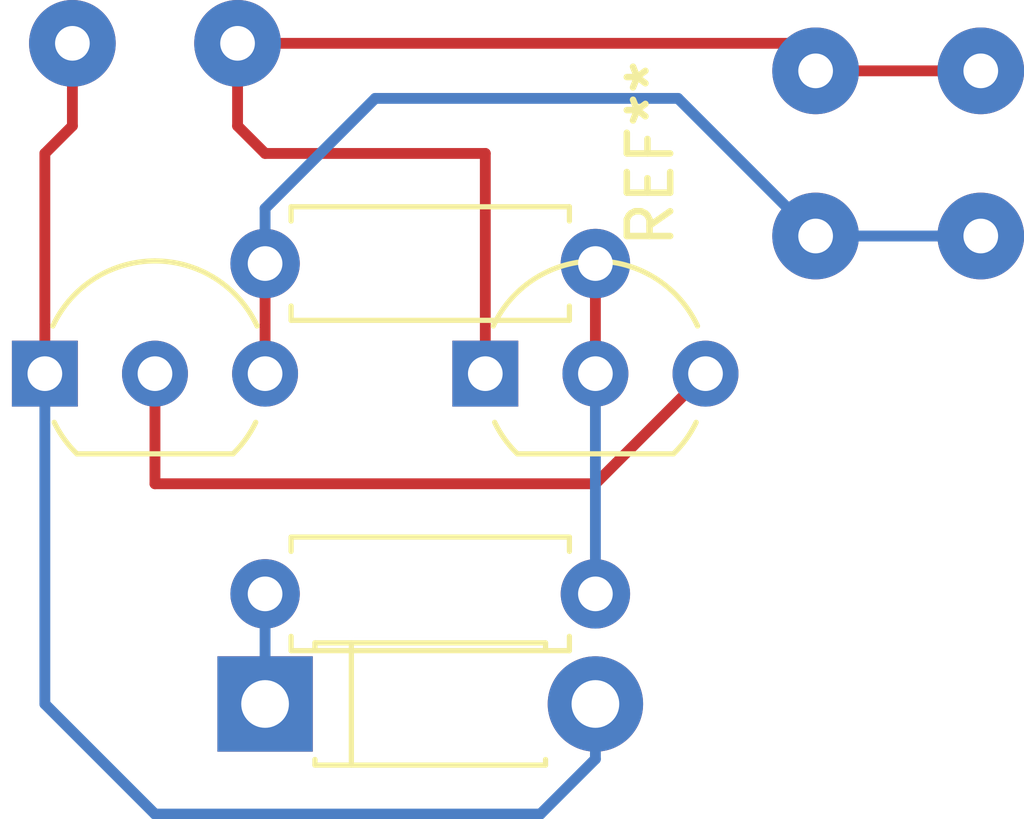
<source format=kicad_pcb>
(kicad_pcb (version 4) (host pcbnew 4.0.5)

  (general
    (links 0)
    (no_connects 0)
    (area 126.096191 90.695 168.54381 103.715)
    (thickness 1.6)
    (drawings 0)
    (tracks 27)
    (zones 0)
    (modules 8)
    (nets 1)
  )

  (page A4)
  (layers
    (0 F.Cu signal)
    (31 B.Cu signal)
    (32 B.Adhes user)
    (33 F.Adhes user)
    (34 B.Paste user)
    (35 F.Paste user)
    (36 B.SilkS user)
    (37 F.SilkS user)
    (38 B.Mask user)
    (39 F.Mask user)
    (40 Dwgs.User user)
    (41 Cmts.User user)
    (42 Eco1.User user)
    (43 Eco2.User user)
    (44 Edge.Cuts user)
    (45 Margin user)
    (46 B.CrtYd user)
    (47 F.CrtYd user)
    (48 B.Fab user)
    (49 F.Fab user)
  )

  (setup
    (last_trace_width 0.25)
    (trace_clearance 0.2)
    (zone_clearance 0.508)
    (zone_45_only no)
    (trace_min 0.2)
    (segment_width 0.2)
    (edge_width 0.15)
    (via_size 0.6)
    (via_drill 0.4)
    (via_min_size 0.4)
    (via_min_drill 0.3)
    (uvia_size 0.3)
    (uvia_drill 0.1)
    (uvias_allowed no)
    (uvia_min_size 0.2)
    (uvia_min_drill 0.1)
    (pcb_text_width 0.3)
    (pcb_text_size 1.5 1.5)
    (mod_edge_width 0.15)
    (mod_text_size 1 1)
    (mod_text_width 0.15)
    (pad_size 1.524 1.524)
    (pad_drill 0.762)
    (pad_to_mask_clearance 0.2)
    (aux_axis_origin 0 0)
    (visible_elements 7FFFFFFF)
    (pcbplotparams
      (layerselection 0x00030_80000001)
      (usegerberextensions false)
      (excludeedgelayer true)
      (linewidth 0.100000)
      (plotframeref false)
      (viasonmask false)
      (mode 1)
      (useauxorigin false)
      (hpglpennumber 1)
      (hpglpenspeed 20)
      (hpglpendiameter 15)
      (hpglpenoverlay 2)
      (psnegative false)
      (psa4output false)
      (plotreference true)
      (plotvalue true)
      (plotinvisibletext false)
      (padsonsilk false)
      (subtractmaskfromsilk false)
      (outputformat 1)
      (mirror false)
      (drillshape 1)
      (scaleselection 1)
      (outputdirectory ""))
  )

  (net 0 "")

  (net_class Default "This is the default net class."
    (clearance 0.2)
    (trace_width 0.25)
    (via_dia 0.6)
    (via_drill 0.4)
    (uvia_dia 0.3)
    (uvia_drill 0.1)
  )

  (module Resistors_THT:R_Axial_DIN0207_L6.3mm_D2.5mm_P7.62mm_Horizontal (layer F.Cu) (tedit 594B5672) (tstamp 5949EF3B)
    (at 147.32 76.2)
    (descr "Resistor, Axial_DIN0207 series, Axial, Horizontal, pin pitch=7.62mm, 0.25W = 1/4W, length*diameter=6.3*2.5mm^2, http://cdn-reichelt.de/documents/datenblatt/B400/1_4W%23YAG.pdf")
    (tags "Resistor Axial_DIN0207 series Axial Horizontal pin pitch 7.62mm 0.25W = 1/4W length 6.3mm diameter 2.5mm")
    (fp_text reference "" (at 2.54 0) (layer F.SilkS)
      (effects (font (size 1 1) (thickness 0.15)))
    )
    (fp_text value 100kΩ (at 3.81 0) (layer F.Fab)
      (effects (font (size 1 1) (thickness 0.15)))
    )
    (fp_line (start 0.66 -1.25) (end 0.66 1.25) (layer F.Fab) (width 0.1))
    (fp_line (start 0.66 1.25) (end 6.96 1.25) (layer F.Fab) (width 0.1))
    (fp_line (start 6.96 1.25) (end 6.96 -1.25) (layer F.Fab) (width 0.1))
    (fp_line (start 6.96 -1.25) (end 0.66 -1.25) (layer F.Fab) (width 0.1))
    (fp_line (start 0 0) (end 0.66 0) (layer F.Fab) (width 0.1))
    (fp_line (start 7.62 0) (end 6.96 0) (layer F.Fab) (width 0.1))
    (fp_line (start 0.6 -0.98) (end 0.6 -1.31) (layer F.SilkS) (width 0.12))
    (fp_line (start 0.6 -1.31) (end 7.02 -1.31) (layer F.SilkS) (width 0.12))
    (fp_line (start 7.02 -1.31) (end 7.02 -0.98) (layer F.SilkS) (width 0.12))
    (fp_line (start 0.6 0.98) (end 0.6 1.31) (layer F.SilkS) (width 0.12))
    (fp_line (start 0.6 1.31) (end 7.02 1.31) (layer F.SilkS) (width 0.12))
    (fp_line (start 7.02 1.31) (end 7.02 0.98) (layer F.SilkS) (width 0.12))
    (fp_line (start -1.05 -1.6) (end -1.05 1.6) (layer F.CrtYd) (width 0.05))
    (fp_line (start -1.05 1.6) (end 8.7 1.6) (layer F.CrtYd) (width 0.05))
    (fp_line (start 8.7 1.6) (end 8.7 -1.6) (layer F.CrtYd) (width 0.05))
    (fp_line (start 8.7 -1.6) (end -1.05 -1.6) (layer F.CrtYd) (width 0.05))
    (pad 1 thru_hole circle (at 0 0) (size 1.6 1.6) (drill 0.8) (layers *.Cu *.Mask))
    (pad 2 thru_hole oval (at 7.62 0) (size 1.6 1.6) (drill 0.8) (layers *.Cu *.Mask))
    (model Resistors_THT.3dshapes/R_Axial_DIN0207_L6.3mm_D2.5mm_P7.62mm_Horizontal.wrl
      (at (xyz 0 0 0))
      (scale (xyz 0.393701 0.393701 0.393701))
      (rotate (xyz 0 0 0))
    )
  )

  (module Resistors_THT:R_Axial_DIN0207_L6.3mm_D2.5mm_P7.62mm_Horizontal (layer F.Cu) (tedit 594B567E) (tstamp 5949EF51)
    (at 147.32 83.82)
    (descr "Resistor, Axial_DIN0207 series, Axial, Horizontal, pin pitch=7.62mm, 0.25W = 1/4W, length*diameter=6.3*2.5mm^2, http://cdn-reichelt.de/documents/datenblatt/B400/1_4W%23YAG.pdf")
    (tags "Resistor Axial_DIN0207 series Axial Horizontal pin pitch 7.62mm 0.25W = 1/4W length 6.3mm diameter 2.5mm")
    (fp_text reference " " (at 2.54 0) (layer F.SilkS)
      (effects (font (size 1 1) (thickness 0.15)))
    )
    (fp_text value 1megΩ (at 3.81 0) (layer F.Fab)
      (effects (font (size 1 1) (thickness 0.15)))
    )
    (fp_line (start 0.66 -1.25) (end 0.66 1.25) (layer F.Fab) (width 0.1))
    (fp_line (start 0.66 1.25) (end 6.96 1.25) (layer F.Fab) (width 0.1))
    (fp_line (start 6.96 1.25) (end 6.96 -1.25) (layer F.Fab) (width 0.1))
    (fp_line (start 6.96 -1.25) (end 0.66 -1.25) (layer F.Fab) (width 0.1))
    (fp_line (start 0 0) (end 0.66 0) (layer F.Fab) (width 0.1))
    (fp_line (start 7.62 0) (end 6.96 0) (layer F.Fab) (width 0.1))
    (fp_line (start 0.6 -0.98) (end 0.6 -1.31) (layer F.SilkS) (width 0.12))
    (fp_line (start 0.6 -1.31) (end 7.02 -1.31) (layer F.SilkS) (width 0.12))
    (fp_line (start 7.02 -1.31) (end 7.02 -0.98) (layer F.SilkS) (width 0.12))
    (fp_line (start 0.6 0.98) (end 0.6 1.31) (layer F.SilkS) (width 0.12))
    (fp_line (start 0.6 1.31) (end 7.02 1.31) (layer F.SilkS) (width 0.12))
    (fp_line (start 7.02 1.31) (end 7.02 0.98) (layer F.SilkS) (width 0.12))
    (fp_line (start -1.05 -1.6) (end -1.05 1.6) (layer F.CrtYd) (width 0.05))
    (fp_line (start -1.05 1.6) (end 8.7 1.6) (layer F.CrtYd) (width 0.05))
    (fp_line (start 8.7 1.6) (end 8.7 -1.6) (layer F.CrtYd) (width 0.05))
    (fp_line (start 8.7 -1.6) (end -1.05 -1.6) (layer F.CrtYd) (width 0.05))
    (pad 1 thru_hole circle (at 0 0) (size 1.6 1.6) (drill 0.8) (layers *.Cu *.Mask))
    (pad 2 thru_hole oval (at 7.62 0) (size 1.6 1.6) (drill 0.8) (layers *.Cu *.Mask))
    (model Resistors_THT.3dshapes/R_Axial_DIN0207_L6.3mm_D2.5mm_P7.62mm_Horizontal.wrl
      (at (xyz 0 0 0))
      (scale (xyz 0.393701 0.393701 0.393701))
      (rotate (xyz 0 0 0))
    )
  )

  (module TO_SOT_Packages_THT:TO-92_Inline_Wide (layer F.Cu) (tedit 594B502E) (tstamp 594B4D1B)
    (at 142.24 78.74)
    (descr "TO-92 leads in-line, wide, drill 0.8mm (see NXP sot054_po.pdf)")
    (tags "to-92 sc-43 sc-43a sot54 PA33 transistor")
    (fp_text reference " " (at 2.54 0) (layer F.SilkS)
      (effects (font (size 1 1) (thickness 0.15)))
    )
    (fp_text value 2N3906 (at 2.54 0) (layer F.Fab)
      (effects (font (size 1 1) (thickness 0.15)))
    )
    (fp_text user %R (at 2.54 0 180) (layer F.Fab)
      (effects (font (size 1 1) (thickness 0.15)))
    )
    (fp_line (start 0.74 1.85) (end 4.34 1.85) (layer F.SilkS) (width 0.12))
    (fp_line (start 0.8 1.75) (end 4.3 1.75) (layer F.Fab) (width 0.1))
    (fp_line (start -1.01 -2.73) (end 6.09 -2.73) (layer F.CrtYd) (width 0.05))
    (fp_line (start -1.01 -2.73) (end -1.01 2.01) (layer F.CrtYd) (width 0.05))
    (fp_line (start 6.09 2.01) (end 6.09 -2.73) (layer F.CrtYd) (width 0.05))
    (fp_line (start 6.09 2.01) (end -1.01 2.01) (layer F.CrtYd) (width 0.05))
    (fp_arc (start 2.54 0) (end 0.74 1.85) (angle 20) (layer F.SilkS) (width 0.12))
    (fp_arc (start 2.54 0) (end 2.54 -2.6) (angle -65) (layer F.SilkS) (width 0.12))
    (fp_arc (start 2.54 0) (end 2.54 -2.6) (angle 65) (layer F.SilkS) (width 0.12))
    (fp_arc (start 2.54 0) (end 2.54 -2.48) (angle 135) (layer F.Fab) (width 0.1))
    (fp_arc (start 2.54 0) (end 2.54 -2.48) (angle -135) (layer F.Fab) (width 0.1))
    (fp_arc (start 2.54 0) (end 4.34 1.85) (angle -20) (layer F.SilkS) (width 0.12))
    (pad 2 thru_hole circle (at 2.54 0 90) (size 1.52 1.52) (drill 0.8) (layers *.Cu *.Mask))
    (pad 3 thru_hole circle (at 5.08 0 90) (size 1.52 1.52) (drill 0.8) (layers *.Cu *.Mask))
    (pad 1 thru_hole rect (at 0 0 90) (size 1.52 1.52) (drill 0.8) (layers *.Cu *.Mask))
    (model ${KISYS3DMOD}/TO_SOT_Packages_THT.3dshapes/TO-92_Inline_Wide.wrl
      (at (xyz 0.1 0 0))
      (scale (xyz 1 1 1))
      (rotate (xyz 0 0 -90))
    )
  )

  (module Diodes_THT:D_DO-41_SOD81_P7.62mm_Horizontal (layer F.Cu) (tedit 594B5681) (tstamp 594B4DD1)
    (at 147.32 86.36)
    (descr "D, DO-41_SOD81 series, Axial, Horizontal, pin pitch=7.62mm, , length*diameter=5.2*2.7mm^2, , http://www.diodes.com/_files/packages/DO-41%20(Plastic).pdf")
    (tags "D DO-41_SOD81 series Axial Horizontal pin pitch 7.62mm  length 5.2mm diameter 2.7mm")
    (fp_text reference " " (at 2.54 0) (layer F.SilkS)
      (effects (font (size 1 1) (thickness 0.15)))
    )
    (fp_text value D (at 3.81 0) (layer F.Fab)
      (effects (font (size 1 1) (thickness 0.15)))
    )
    (fp_text user %R (at 5.08 0 90) (layer F.Fab)
      (effects (font (size 1 1) (thickness 0.15)))
    )
    (fp_line (start 1.21 -1.35) (end 1.21 1.35) (layer F.Fab) (width 0.1))
    (fp_line (start 1.21 1.35) (end 6.41 1.35) (layer F.Fab) (width 0.1))
    (fp_line (start 6.41 1.35) (end 6.41 -1.35) (layer F.Fab) (width 0.1))
    (fp_line (start 6.41 -1.35) (end 1.21 -1.35) (layer F.Fab) (width 0.1))
    (fp_line (start 0 0) (end 1.21 0) (layer F.Fab) (width 0.1))
    (fp_line (start 7.62 0) (end 6.41 0) (layer F.Fab) (width 0.1))
    (fp_line (start 1.99 -1.35) (end 1.99 1.35) (layer F.Fab) (width 0.1))
    (fp_line (start 1.15 -1.28) (end 1.15 -1.41) (layer F.SilkS) (width 0.12))
    (fp_line (start 1.15 -1.41) (end 6.47 -1.41) (layer F.SilkS) (width 0.12))
    (fp_line (start 6.47 -1.41) (end 6.47 -1.28) (layer F.SilkS) (width 0.12))
    (fp_line (start 1.15 1.28) (end 1.15 1.41) (layer F.SilkS) (width 0.12))
    (fp_line (start 1.15 1.41) (end 6.47 1.41) (layer F.SilkS) (width 0.12))
    (fp_line (start 6.47 1.41) (end 6.47 1.28) (layer F.SilkS) (width 0.12))
    (fp_line (start 1.99 -1.41) (end 1.99 1.41) (layer F.SilkS) (width 0.12))
    (fp_line (start -1.35 -1.7) (end -1.35 1.7) (layer F.CrtYd) (width 0.05))
    (fp_line (start -1.35 1.7) (end 9 1.7) (layer F.CrtYd) (width 0.05))
    (fp_line (start 9 1.7) (end 9 -1.7) (layer F.CrtYd) (width 0.05))
    (fp_line (start 9 -1.7) (end -1.35 -1.7) (layer F.CrtYd) (width 0.05))
    (pad 1 thru_hole rect (at 0 0) (size 2.2 2.2) (drill 1.1) (layers *.Cu *.Mask))
    (pad 2 thru_hole oval (at 7.62 0) (size 2.2 2.2) (drill 1.1) (layers *.Cu *.Mask))
    (model ${KISYS3DMOD}/Diodes_THT.3dshapes/D_DO-41_SOD81_P7.62mm_Horizontal.wrl
      (at (xyz 0 0 0))
      (scale (xyz 0.393701 0.393701 0.393701))
      (rotate (xyz 0 0 0))
    )
  )

  (module TO_SOT_Packages_THT:TO-92_Inline_Wide (layer F.Cu) (tedit 594B502F) (tstamp 594B4E03)
    (at 152.4 78.74)
    (descr "TO-92 leads in-line, wide, drill 0.8mm (see NXP sot054_po.pdf)")
    (tags "to-92 sc-43 sc-43a sot54 PA33 transistor")
    (fp_text reference " " (at 2.54 0) (layer F.SilkS)
      (effects (font (size 1 1) (thickness 0.15)))
    )
    (fp_text value 2N2222 (at 2.54 0) (layer F.Fab)
      (effects (font (size 1 1) (thickness 0.15)))
    )
    (fp_text user %R (at 2.54 0 180) (layer F.Fab)
      (effects (font (size 1 1) (thickness 0.15)))
    )
    (fp_line (start 0.74 1.85) (end 4.34 1.85) (layer F.SilkS) (width 0.12))
    (fp_line (start 0.8 1.75) (end 4.3 1.75) (layer F.Fab) (width 0.1))
    (fp_line (start -1.01 -2.73) (end 6.09 -2.73) (layer F.CrtYd) (width 0.05))
    (fp_line (start -1.01 -2.73) (end -1.01 2.01) (layer F.CrtYd) (width 0.05))
    (fp_line (start 6.09 2.01) (end 6.09 -2.73) (layer F.CrtYd) (width 0.05))
    (fp_line (start 6.09 2.01) (end -1.01 2.01) (layer F.CrtYd) (width 0.05))
    (fp_arc (start 2.54 0) (end 0.74 1.85) (angle 20) (layer F.SilkS) (width 0.12))
    (fp_arc (start 2.54 0) (end 2.54 -2.6) (angle -65) (layer F.SilkS) (width 0.12))
    (fp_arc (start 2.54 0) (end 2.54 -2.6) (angle 65) (layer F.SilkS) (width 0.12))
    (fp_arc (start 2.54 0) (end 2.54 -2.48) (angle 135) (layer F.Fab) (width 0.1))
    (fp_arc (start 2.54 0) (end 2.54 -2.48) (angle -135) (layer F.Fab) (width 0.1))
    (fp_arc (start 2.54 0) (end 4.34 1.85) (angle -20) (layer F.SilkS) (width 0.12))
    (pad 2 thru_hole circle (at 2.54 0 90) (size 1.52 1.52) (drill 0.8) (layers *.Cu *.Mask))
    (pad 3 thru_hole circle (at 5.08 0 90) (size 1.52 1.52) (drill 0.8) (layers *.Cu *.Mask))
    (pad 1 thru_hole rect (at 0 0 90) (size 1.52 1.52) (drill 0.8) (layers *.Cu *.Mask))
    (model ${KISYS3DMOD}/TO_SOT_Packages_THT.3dshapes/TO-92_Inline_Wide.wrl
      (at (xyz 0.1 0 0))
      (scale (xyz 1 1 1))
      (rotate (xyz 0 0 -90))
    )
  )

  (module Wire_Pads:SolderWirePad_2x_0-8mmDrill (layer F.Cu) (tedit 594B5249) (tstamp 594B4F88)
    (at 144.78 71.12)
    (fp_text reference " " (at 0 0) (layer F.SilkS)
      (effects (font (size 1 1) (thickness 0.15)))
    )
    (fp_text value +pwr- (at 0 0) (layer F.Fab)
      (effects (font (size 1 1) (thickness 0.15)))
    )
    (pad 1 thru_hole circle (at -1.905 0) (size 1.99898 1.99898) (drill 0.8001) (layers *.Cu *.Mask))
    (pad 1 thru_hole circle (at 1.905 0) (size 1.99898 1.99898) (drill 0.8001) (layers *.Cu *.Mask))
  )

  (module Wire_Pads:SolderWirePad_2x_0-8mmDrill (layer F.Cu) (tedit 594B507A) (tstamp 594B51F1)
    (at 163.83 73.66 90)
    (fp_text reference " " (at 0 -3.81 90) (layer F.SilkS)
      (effects (font (size 1 1) (thickness 0.15)))
    )
    (fp_text value coil (at 0 0 90) (layer F.Fab)
      (effects (font (size 1 1) (thickness 0.15)))
    )
    (pad 1 thru_hole circle (at -1.905 0 90) (size 1.99898 1.99898) (drill 0.8001) (layers *.Cu *.Mask))
    (pad 1 thru_hole circle (at 1.905 0 90) (size 1.99898 1.99898) (drill 0.8001) (layers *.Cu *.Mask))
  )

  (module Wire_Pads:SolderWirePad_2x_0-8mmDrill (layer F.Cu) (tedit 594B55B4) (tstamp 594B5550)
    (at 160.02 73.66 90)
    (fp_text reference REF** (at 0 -3.81 90) (layer F.SilkS)
      (effects (font (size 1 1) (thickness 0.15)))
    )
    (fp_text value LED (at 0 0 90) (layer F.Fab)
      (effects (font (size 1 1) (thickness 0.15)))
    )
    (pad 1 thru_hole circle (at -1.905 0 90) (size 1.99898 1.99898) (drill 0.8001) (layers *.Cu *.Mask))
    (pad 1 thru_hole circle (at 1.905 0 90) (size 1.99898 1.99898) (drill 0.8001) (layers *.Cu *.Mask))
  )

  (segment (start 163.83 71.755) (end 160.02 71.755) (width 0.25) (layer F.Cu) (net 0))
  (segment (start 159.385 71.12) (end 146.685 71.12) (width 0.25) (layer F.Cu) (net 0) (tstamp 594B55D1))
  (segment (start 160.02 71.755) (end 159.385 71.12) (width 0.25) (layer F.Cu) (net 0) (tstamp 594B55D0))
  (segment (start 160.02 75.565) (end 163.83 75.565) (width 0.25) (layer B.Cu) (net 0))
  (segment (start 147.32 74.93) (end 147.32 76.2) (width 0.25) (layer B.Cu) (net 0) (tstamp 594B5586))
  (segment (start 149.86 72.39) (end 147.32 74.93) (width 0.25) (layer B.Cu) (net 0) (tstamp 594B5582))
  (segment (start 156.845 72.39) (end 149.86 72.39) (width 0.25) (layer B.Cu) (net 0) (tstamp 594B5581))
  (segment (start 160.02 75.565) (end 156.845 72.39) (width 0.25) (layer B.Cu) (net 0) (tstamp 594B5580))
  (segment (start 154.94 86.36) (end 154.94 87.63) (width 0.25) (layer B.Cu) (net 0))
  (segment (start 142.24 86.36) (end 142.24 78.74) (width 0.25) (layer B.Cu) (net 0) (tstamp 594B5596))
  (segment (start 144.78 88.9) (end 142.24 86.36) (width 0.25) (layer B.Cu) (net 0) (tstamp 594B5594))
  (segment (start 153.67 88.9) (end 144.78 88.9) (width 0.25) (layer B.Cu) (net 0) (tstamp 594B5592))
  (segment (start 154.94 87.63) (end 153.67 88.9) (width 0.25) (layer B.Cu) (net 0) (tstamp 594B5590))
  (segment (start 147.32 86.36) (end 147.32 83.82) (width 0.25) (layer B.Cu) (net 0))
  (segment (start 154.94 83.82) (end 154.94 78.74) (width 0.25) (layer B.Cu) (net 0))
  (segment (start 144.78 78.74) (end 144.78 81.28) (width 0.25) (layer F.Cu) (net 0))
  (segment (start 154.94 81.28) (end 157.48 78.74) (width 0.25) (layer F.Cu) (net 0) (tstamp 594B528D))
  (segment (start 144.78 81.28) (end 154.94 81.28) (width 0.25) (layer F.Cu) (net 0) (tstamp 594B528C))
  (segment (start 142.875 71.12) (end 142.875 73.025) (width 0.25) (layer F.Cu) (net 0))
  (segment (start 142.24 73.66) (end 142.24 78.74) (width 0.25) (layer F.Cu) (net 0) (tstamp 594B5289))
  (segment (start 142.875 73.025) (end 142.24 73.66) (width 0.25) (layer F.Cu) (net 0) (tstamp 594B5288))
  (segment (start 147.32 76.2) (end 147.32 78.74) (width 0.25) (layer F.Cu) (net 0))
  (segment (start 154.94 76.2) (end 154.94 78.74) (width 0.25) (layer F.Cu) (net 0))
  (segment (start 146.685 71.12) (end 146.685 73.025) (width 0.25) (layer F.Cu) (net 0))
  (segment (start 152.4 73.66) (end 152.4 78.74) (width 0.25) (layer F.Cu) (net 0) (tstamp 594B527D))
  (segment (start 147.32 73.66) (end 152.4 73.66) (width 0.25) (layer F.Cu) (net 0) (tstamp 594B527C))
  (segment (start 146.685 73.025) (end 147.32 73.66) (width 0.25) (layer F.Cu) (net 0) (tstamp 594B527B))

)

</source>
